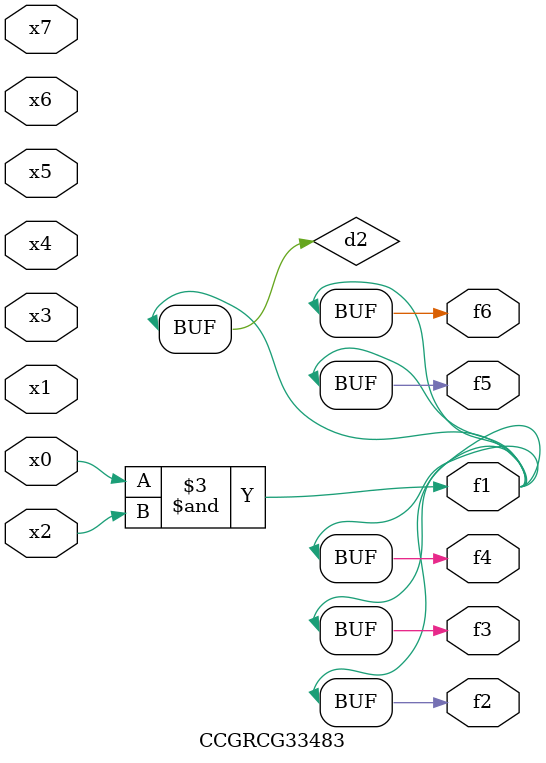
<source format=v>
module CCGRCG33483(
	input x0, x1, x2, x3, x4, x5, x6, x7,
	output f1, f2, f3, f4, f5, f6
);

	wire d1, d2;

	nor (d1, x3, x6);
	and (d2, x0, x2);
	assign f1 = d2;
	assign f2 = d2;
	assign f3 = d2;
	assign f4 = d2;
	assign f5 = d2;
	assign f6 = d2;
endmodule

</source>
